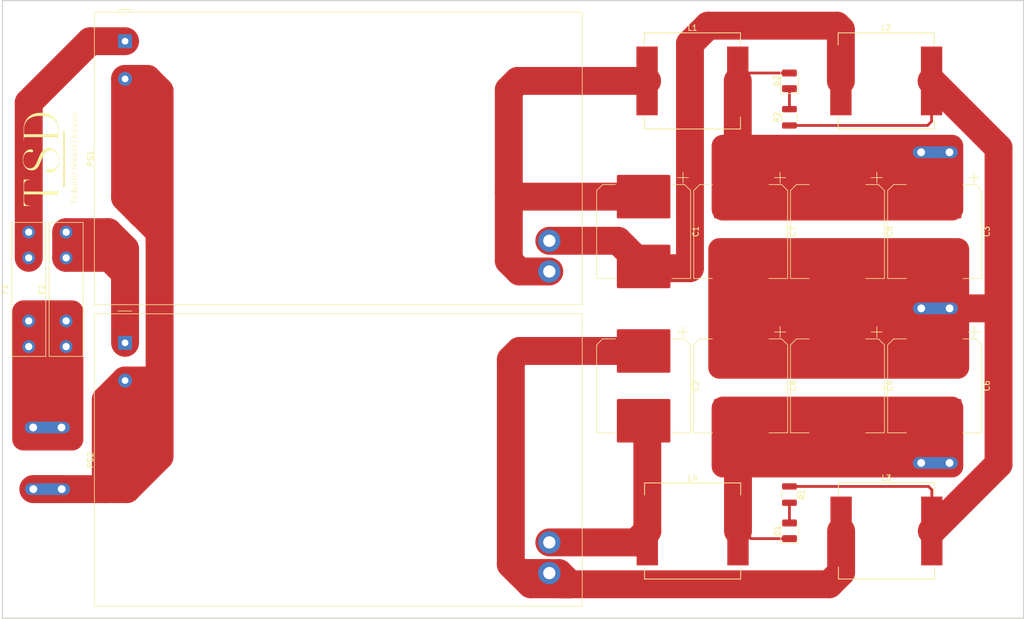
<source format=kicad_pcb>
(kicad_pcb (version 20211014) (generator pcbnew)
  (layers (0 "F.Cu" signal) (31 "B.Cu" signal) (34 "B.Paste" user) (35 "F.Paste" user) (36 "B.SilkS" user "B.Silkscreen") (37 "F.SilkS" user "F.Silkscreen") (38 "B.Mask" user) (39 "F.Mask" user) (44 "Edge.Cuts" user))
  (net 0 "")
  (net 1 "Net-(C1-Pad1)")
  (net 2 "Net-(C1-Pad2)")
  (net 3 "Net-(C2-Pad1)")
  (net 4 "Net-(C2-Pad2)")
  (net 5 "+24V")
  (net 6 "GND")
  (net 7 "-24V")
  (net 8 "Net-(D1-Pad2)")
  (net 9 "Net-(D2-Pad1)")
  (net 10 "Net-(F1-Pad1)")
  (net 11 "Net-(F1-Pad2)")
  (net 12 "Net-(F2-Pad2)")
  (net 13 "Net-(J2-Pad1)")
  (footprint "Capacitor_SMD:CP_Elec_16x17.5" (layer "F.Cu") (at 208.13 69.7575 -90)
    (fp_text reference "C3" (at 0 -9.35 90) (layer "F.SilkS"))
    (fp_text value "330uF")
    (pad "1" smd roundrect locked (at -6.25 0 270) (size 7.8 9.6) (layers "F.Cu" "F.Paste" "F.Mask") (roundrect_rratio 0.032051) (net 5 "+24V"))
    (pad "2" smd roundrect locked (at 6.25 0 270) (size 7.8 9.6) (layers "F.Cu" "F.Paste" "F.Mask") (roundrect_rratio 0.032051) (net 6 "GND"))
  )
  (footprint "Capacitor_SMD:CP_Elec_16x17.5" (layer "F.Cu") (at 190.716666 97.4025 -90)
    (fp_text reference "C4" (at 0 -9.35 90) (layer "F.SilkS"))
    (fp_text value "330uF")
    (pad "1" smd roundrect locked (at -6.25 0 270) (size 7.8 9.6) (layers "F.Cu" "F.Paste" "F.Mask") (roundrect_rratio 0.032051) (net 6 "GND"))
    (pad "2" smd roundrect locked (at 6.25 0 270) (size 7.8 9.6) (layers "F.Cu" "F.Paste" "F.Mask") (roundrect_rratio 0.032051) (net 7 "-24V"))
  )
  (footprint "Inductor_SMD:L_Vishay_IHLP-6767" (layer "F.Cu") (at 164.78 123.4)
    (fp_text reference "L4" (at 0 -9.509) (layer "F.SilkS"))
    (fp_text value "100uh - 5A")
    (pad "1" smd rect locked (at -8.1225 0) (size 3.825 12.32) (layers "F.Cu" "F.Paste" "F.Mask") (net 4 "Net-(C2-Pad2)"))
    (pad "2" smd rect locked (at 8.1225 0) (size 3.825 12.32) (layers "F.Cu" "F.Paste" "F.Mask") (net 7 "-24V"))
  )
  (footprint "LED_SMD:LED_1210_3225Metric" (layer "F.Cu") (at 182.14 123.36755 90)
    (fp_text reference "D1" (at 0 -2.28 90) (layer "F.SilkS"))
    (fp_text value "LED")
    (pad "1" smd roundrect locked (at -1.4 0 90) (size 1.25 2.65) (layers "F.Cu" "F.Paste" "F.Mask") (roundrect_rratio 0.2) (net 7 "-24V"))
    (pad "2" smd roundrect locked (at 1.4 0 90) (size 1.25 2.65) (layers "F.Cu" "F.Paste" "F.Mask") (roundrect_rratio 0.2) (net 8 "Net-(D1-Pad2)"))
  )
  (footprint "Capacitor_SMD:CP_Elec_16x17.5" (layer "F.Cu") (at 156 69.7575 -90)
    (fp_text reference "C1" (at 0 -9.35 90) (layer "F.SilkS"))
    (fp_text value "330uF")
    (pad "1" smd roundrect locked (at -6.25 0 270) (size 7.8 9.6) (layers "F.Cu" "F.Paste" "F.Mask") (roundrect_rratio 0.032051) (net 1 "Net-(C1-Pad1)"))
    (pad "2" smd roundrect locked (at 6.25 0 270) (size 7.8 9.6) (layers "F.Cu" "F.Paste" "F.Mask") (roundrect_rratio 0.032051) (net 2 "Net-(C1-Pad2)"))
  )
  (footprint "Custom Library:Logo_25mm" (layer "F.Cu") (at 50.36 56.67 90)
    (fp_text reference "G***" hide)
    (fp_text value "LOGO" hide)
  )
  (footprint "Fuse:Fuseholder_Littelfuse_100_series_5x20mm" (layer "F.Cu") (at 45.8475 90.37 90)
    (fp_text reference "F1" (at 10.25 -4.3 90 unlocked) (layer "F.SilkS"))
    (fp_text value "0155001.DR")
    (pad "1" thru_hole circle (at 4.6 0 90) (size 2.3 2.3) (drill 1.3) (layers *.Cu *.Mask) (net 10 "Net-(F1-Pad1)"))
    (pad "1" thru_hole circle (at 0 0 90) (size 2.3 2.3) (drill 1.3) (layers *.Cu *.Mask) (net 10 "Net-(F1-Pad1)"))
    (pad "2" thru_hole circle (at 15.9 0 90) (size 2.3 2.3) (drill 1.3) (layers *.Cu *.Mask) (net 11 "Net-(F1-Pad2)"))
    (pad "2" thru_hole circle (at 20.5 0 90) (size 2.3 2.3) (drill 1.3) (layers *.Cu *.Mask) (net 11 "Net-(F1-Pad2)"))
  )
  (footprint "Custom Library:Spade Conector 6.3mm TE_1217861" (layer "F.Cu") (at 49.21625 115.9)
    (fp_text reference "J2" hide)
    (fp_text value "AC2" hide)
    (pad "1" thru_hole oval (at 2.54 0) (size 5 2.1) (drill 1.4 (offset -1 0)) (layers *.Cu *.Mask) (net 13 "Net-(J2-Pad1)"))
    (pad "1" thru_hole oval (at -2.54 0) (size 5 2.1) (drill 1.4 (offset 1 0)) (layers *.Cu *.Mask) (net 13 "Net-(J2-Pad1)"))
  )
  (footprint "Converter_ACDC:Converter_ACDC_MeanWell_IRM-60-xx_THT" (layer "F.Cu") (at 63.105 35.665)
    (fp_text reference "PS1" (at -6.2 21 90) (layer "F.SilkS"))
    (fp_text value "IRM-60-24")
    (pad "1" thru_hole rect locked (at 0 0) (size 2.5 2.5) (drill 1.2) (layers *.Cu *.Mask) (net 11 "Net-(F1-Pad2)"))
    (pad "2" thru_hole circle locked (at 0 6.75) (size 2.5 2.5) (drill 1.2) (layers *.Cu *.Mask) (net 13 "Net-(J2-Pad1)"))
    (pad "3" thru_hole circle locked (at 76 41.25) (size 4 4) (drill 2.2) (layers *.Cu *.Mask) (net 1 "Net-(C1-Pad1)"))
    (pad "4" thru_hole circle locked (at 76 35.75) (size 4 4) (drill 2.2) (layers *.Cu *.Mask) (net 2 "Net-(C1-Pad2)"))
  )
  (footprint "Capacitor_SMD:CP_Elec_16x17.5" (layer "F.Cu") (at 208.13 97.4025 -90)
    (fp_text reference "C6" (at 0 -9.35 90) (layer "F.SilkS"))
    (fp_text value "330uF")
    (pad "1" smd roundrect locked (at -6.25 0 270) (size 7.8 9.6) (layers "F.Cu" "F.Paste" "F.Mask") (roundrect_rratio 0.032051) (net 6 "GND"))
    (pad "2" smd roundrect locked (at 6.25 0 270) (size 7.8 9.6) (layers "F.Cu" "F.Paste" "F.Mask") (roundrect_rratio 0.032051) (net 7 "-24V"))
  )
  (footprint "Resistor_SMD:R_1210_3225Metric" (layer "F.Cu") (at 182.12 49.294784 90)
    (fp_text reference "R2" (at 0 -2.28 90) (layer "F.SilkS"))
    (fp_text value "2K")
    (pad "1" smd roundrect locked (at -1.4625 0 90) (size 1.125 2.65) (layers "F.Cu" "F.Paste" "F.Mask") (roundrect_rratio 0.222222) (net 6 "GND"))
    (pad "2" smd roundrect locked (at 1.4625 0 90) (size 1.125 2.65) (layers "F.Cu" "F.Paste" "F.Mask") (roundrect_rratio 0.222222) (net 9 "Net-(D2-Pad1)"))
  )
  (footprint "Custom Library:Spade Conector 6.3mm TE_1217861" (layer "F.Cu") (at 208.25 55.56)
    (fp_text reference "J3" hide)
    (fp_text value "V+" hide)
    (pad "1" thru_hole oval (at -2.54 0) (size 5 2.1) (drill 1.4 (offset 1 0)) (layers *.Cu *.Mask) (net 5 "+24V"))
    (pad "1" thru_hole oval (at 2.54 0) (size 5 2.1) (drill 1.4 (offset -1 0)) (layers *.Cu *.Mask) (net 5 "+24V"))
  )
  (footprint "Resistor_SMD:R_1210_3225Metric" (layer "F.Cu") (at 182.12 116.88 -90)
    (fp_text reference "R1" (at 0 -2.28 90) (layer "F.SilkS"))
    (fp_text value "2K")
    (pad "1" smd roundrect locked (at -1.4625 0 270) (size 1.125 2.65) (layers "F.Cu" "F.Paste" "F.Mask") (roundrect_rratio 0.222222) (net 6 "GND"))
    (pad "2" smd roundrect locked (at 1.4625 0 270) (size 1.125 2.65) (layers "F.Cu" "F.Paste" "F.Mask") (roundrect_rratio 0.222222) (net 8 "Net-(D1-Pad2)"))
  )
  (footprint "Capacitor_SMD:CP_Elec_16x17.5" (layer "F.Cu") (at 173.39 97.4025 -90)
    (fp_text reference "C8" (at 0 -9.35 90) (layer "F.SilkS"))
    (fp_text value "330uF")
    (pad "1" smd roundrect locked (at -6.25 0 270) (size 7.8 9.6) (layers "F.Cu" "F.Paste" "F.Mask") (roundrect_rratio 0.032051) (net 6 "GND"))
    (pad "2" smd roundrect locked (at 6.25 0 270) (size 7.8 9.6) (layers "F.Cu" "F.Paste" "F.Mask") (roundrect_rratio 0.032051) (net 7 "-24V"))
  )
  (footprint "Custom Library:Spade Conector 6.3mm TE_1217861" (layer "F.Cu") (at 208.26 111.209087)
    (fp_text reference "J5" hide)
    (fp_text value "V-" hide)
    (pad "1" thru_hole oval (at 2.54 0) (size 5 2.1) (drill 1.4 (offset -1 0)) (layers *.Cu *.Mask) (net 7 "-24V"))
    (pad "1" thru_hole oval (at -2.54 0) (size 5 2.1) (drill 1.4 (offset 1 0)) (layers *.Cu *.Mask) (net 7 "-24V"))
  )
  (footprint "LED_SMD:LED_1210_3225Metric" (layer "F.Cu") (at 182.12 42.76 90)
    (fp_text reference "D2" (at 0 -2.28 90) (layer "F.SilkS"))
    (fp_text value "LED")
    (pad "1" smd roundrect locked (at -1.4 0 90) (size 1.25 2.65) (layers "F.Cu" "F.Paste" "F.Mask") (roundrect_rratio 0.2) (net 9 "Net-(D2-Pad1)"))
    (pad "2" smd roundrect locked (at 1.4 0 90) (size 1.25 2.65) (layers "F.Cu" "F.Paste" "F.Mask") (roundrect_rratio 0.2) (net 5 "+24V"))
  )
  (footprint "Inductor_SMD:L_Vishay_IHLP-6767" (layer "F.Cu") (at 164.74 42.774784)
    (fp_text reference "L1" (at 0 -9.509) (layer "F.SilkS"))
    (fp_text value "100uh - 5A")
    (pad "1" smd rect locked (at -8.1225 0) (size 3.825 12.32) (layers "F.Cu" "F.Paste" "F.Mask") (net 1 "Net-(C1-Pad1)"))
    (pad "2" smd rect locked (at 8.1225 0) (size 3.825 12.32) (layers "F.Cu" "F.Paste" "F.Mask") (net 5 "+24V"))
  )
  (footprint "Fuse:Fuseholder_Littelfuse_100_series_5x20mm" (layer "F.Cu") (at 52.55 90.37 90)
    (fp_text reference "F2" (at 10.25 -4.3 90 unlocked) (layer "F.SilkS"))
    (fp_text value "0155001.DR")
    (pad "1" thru_hole circle (at 4.6 0 90) (size 2.3 2.3) (drill 1.3) (layers *.Cu *.Mask) (net 10 "Net-(F1-Pad1)"))
    (pad "1" thru_hole circle (at 0 0 90) (size 2.3 2.3) (drill 1.3) (layers *.Cu *.Mask) (net 10 "Net-(F1-Pad1)"))
    (pad "2" thru_hole circle (at 20.5 0 90) (size 2.3 2.3) (drill 1.3) (layers *.Cu *.Mask) (net 12 "Net-(F2-Pad2)"))
    (pad "2" thru_hole circle (at 15.9 0 90) (size 2.3 2.3) (drill 1.3) (layers *.Cu *.Mask) (net 12 "Net-(F2-Pad2)"))
  )
  (footprint "Custom Library:Spade Conector 6.3mm TE_1217861" (layer "F.Cu") (at 49.18125 104.86 180)
    (fp_text reference "J1" hide)
    (fp_text value "AC1" hide)
    (pad "1" thru_hole oval (at 2.54 0 180) (size 5 2.1) (drill 1.4 (offset -1 0)) (layers *.Cu *.Mask) (net 10 "Net-(F1-Pad1)"))
    (pad "1" thru_hole oval (at -2.54 0 180) (size 5 2.1) (drill 1.4 (offset 1 0)) (layers *.Cu *.Mask) (net 10 "Net-(F1-Pad1)"))
  )
  (footprint "Inductor_SMD:L_Vishay_IHLP-6767" (layer "F.Cu") (at 199.46 42.774784)
    (fp_text reference "L2" (at 0 -9.509) (layer "F.SilkS"))
    (fp_text value "100uh - 5A")
    (pad "1" smd rect locked (at -8.1225 0) (size 3.825 12.32) (layers "F.Cu" "F.Paste" "F.Mask") (net 2 "Net-(C1-Pad2)"))
    (pad "2" smd rect locked (at 8.1225 0) (size 3.825 12.32) (layers "F.Cu" "F.Paste" "F.Mask") (net 6 "GND"))
  )
  (footprint "Capacitor_SMD:CP_Elec_16x17.5" (layer "F.Cu") (at 173.39 69.7575 -90)
    (fp_text reference "C7" (at 0 -9.35 90) (layer "F.SilkS"))
    (fp_text value "330uF")
    (pad "1" smd roundrect locked (at -6.25 0 270) (size 7.8 9.6) (layers "F.Cu" "F.Paste" "F.Mask") (roundrect_rratio 0.032051) (net 5 "+24V"))
    (pad "2" smd roundrect locked (at 6.25 0 270) (size 7.8 9.6) (layers "F.Cu" "F.Paste" "F.Mask") (roundrect_rratio 0.032051) (net 6 "GND"))
  )
  (footprint "Capacitor_SMD:CP_Elec_16x17.5" (layer "F.Cu") (at 156 97.4025 -90)
    (fp_text reference "C2" (at 0 -9.35 90) (layer "F.SilkS"))
    (fp_text value "330uF")
    (pad "1" smd roundrect locked (at -6.25 0 270) (size 7.8 9.6) (layers "F.Cu" "F.Paste" "F.Mask") (roundrect_rratio 0.032051) (net 3 "Net-(C2-Pad1)"))
    (pad "2" smd roundrect locked (at 6.25 0 270) (size 7.8 9.6) (layers "F.Cu" "F.Paste" "F.Mask") (roundrect_rratio 0.032051) (net 4 "Net-(C2-Pad2)"))
  )
  (footprint "Capacitor_SMD:CP_Elec_16x17.5" (layer "F.Cu") (at 190.716666 69.7575 -90)
    (fp_text reference "C5" (at 0 -9.35 90) (layer "F.SilkS"))
    (fp_text value "330uF")
    (pad "1" smd roundrect locked (at -6.25 0 270) (size 7.8 9.6) (layers "F.Cu" "F.Paste" "F.Mask") (roundrect_rratio 0.032051) (net 5 "+24V"))
    (pad "2" smd roundrect locked (at 6.25 0 270) (size 7.8 9.6) (layers "F.Cu" "F.Paste" "F.Mask") (roundrect_rratio 0.032051) (net 6 "GND"))
  )
  (footprint "Converter_ACDC:Converter_ACDC_MeanWell_IRM-60-xx_THT" (layer "F.Cu") (at 63.105 89.695)
    (fp_text reference "PS2" (at -6.2 21 90) (layer "F.SilkS"))
    (fp_text value "IRM-60-24")
    (pad "1" thru_hole rect locked (at 0 0) (size 2.5 2.5) (drill 1.2) (layers *.Cu *.Mask) (net 12 "Net-(F2-Pad2)"))
    (pad "2" thru_hole circle locked (at 0 6.75) (size 2.5 2.5) (drill 1.2) (layers *.Cu *.Mask) (net 13 "Net-(J2-Pad1)"))
    (pad "3" thru_hole circle locked (at 76 41.25) (size 4 4) (drill 2.2) (layers *.Cu *.Mask) (net 3 "Net-(C2-Pad1)"))
    (pad "4" thru_hole circle locked (at 76 35.75) (size 4 4) (drill 2.2) (layers *.Cu *.Mask) (net 4 "Net-(C2-Pad2)"))
  )
  (footprint "Custom Library:Spade Conector 6.3mm TE_1217861" (layer "F.Cu") (at 208.2775 83.52)
    (fp_text reference "J4" hide)
    (fp_text value "GND" hide)
    (pad "1" thru_hole oval (at -2.54 0) (size 5 2.1) (drill 1.4 (offset 1 0)) (layers *.Cu *.Mask) (net 6 "GND"))
    (pad "1" thru_hole oval (at 2.54 0) (size 5 2.1) (drill 1.4 (offset -1 0)) (layers *.Cu *.Mask) (net 6 "GND"))
  )
  (footprint "Inductor_SMD:L_Vishay_IHLP-6767" (layer "F.Cu") (at 199.5 123.4)
    (fp_text reference "L3" (at 0 -9.509) (layer "F.SilkS"))
    (fp_text value "100uh - 5A")
    (pad "1" smd rect locked (at -8.1225 0) (size 3.825 12.32) (layers "F.Cu" "F.Paste" "F.Mask") (net 3 "Net-(C2-Pad1)"))
    (pad "2" smd rect locked (at 8.1225 0) (size 3.825 12.32) (layers "F.Cu" "F.Paste" "F.Mask") (net 6 "GND"))
  )
  (gr_rect (start 41.14 28.38) (end 224.06 139.03) (layer "Edge.Cuts") (width 0.2) (fill none))
  (segment (start 131.85 62.74) (end 131.85 44.37) (width 5) (layer "F.Cu") (net 1))
  (segment (start 131.85 44.37) (end 133.445216 42.774784) (width 5) (layer "F.Cu") (net 1))
  (segment (start 156 63.5075) (end 132.6175 63.5075) (width 5) (layer "F.Cu") (net 1))
  (segment (start 133.445216 42.774784) (end 156.6175 42.774784) (width 5) (layer "F.Cu") (net 1))
  (segment (start 132.6175 63.5075) (end 131.85 62.74) (width 5) (layer "F.Cu") (net 1))
  (segment (start 133.765 76.915) (end 131.85 75) (width 5) (layer "F.Cu") (net 1))
  (segment (start 139.105 76.915) (end 133.765 76.915) (width 5) (layer "F.Cu") (net 1))
  (segment (start 131.85 75) (end 131.85 62.74) (width 5) (layer "F.Cu") (net 1))
  (segment (start 164.3 76.32) (end 156.3125 76.32) (width 5) (layer "F.Cu") (net 2))
  (segment (start 167.53 32.88) (end 164.3 36.11) (width 5) (layer "F.Cu") (net 2))
  (segment (start 164.3 36.11) (end 164.3 76.32) (width 5) (layer "F.Cu") (net 2))
  (segment (start 139.105 71.415) (end 151.4075 71.415) (width 5) (layer "F.Cu") (net 2))
  (segment (start 151.4075 71.415) (end 156 76.0075) (width 5) (layer "F.Cu") (net 2))
  (segment (start 156.3125 76.32) (end 156 76.0075) (width 5) (layer "F.Cu") (net 2))
  (segment (start 190.62 32.88) (end 167.53 32.88) (width 5) (layer "F.Cu") (net 2))
  (segment (start 191.3375 42.774784) (end 191.3375 33.5975) (width 5) (layer "F.Cu") (net 2))
  (segment (start 191.3375 33.5975) (end 190.62 32.88) (width 5) (layer "F.Cu") (net 2))
  (segment (start 139.105 130.945) (end 133.785 130.945) (width 5) (layer "F.Cu") (net 3))
  (segment (start 133.785 130.945) (end 132.21 129.37) (width 5) (layer "F.Cu") (net 3))
  (segment (start 191.3775 130.8125) (end 191.3775 123.4) (width 5) (layer "F.Cu") (net 3))
  (segment (start 142.815 132.945) (end 189.245 132.945) (width 5) (layer "F.Cu") (net 3))
  (segment (start 139.105 130.945) (end 141.105 132.945) (width 5) (layer "F.Cu") (net 3))
  (segment (start 132.21 129.37) (end 132.21 92.71) (width 5) (layer "F.Cu") (net 3))
  (segment (start 135.785 132.945) (end 132.21 129.37) (width 5) (layer "F.Cu") (net 3))
  (segment (start 132.21 92.71) (end 133.7675 91.1525) (width 5) (layer "F.Cu") (net 3))
  (segment (start 133.7675 91.1525) (end 156 91.1525) (width 5) (layer "F.Cu") (net 3))
  (segment (start 141.105 132.945) (end 142.815 132.945) (width 5) (layer "F.Cu") (net 3))
  (segment (start 142.815 132.945) (end 135.785 132.945) (width 5) (layer "F.Cu") (net 3))
  (segment (start 133.785 130.945) (end 140.815 130.945) (width 5) (layer "F.Cu") (net 3))
  (segment (start 140.815 130.945) (end 142.815 132.945) (width 5) (layer "F.Cu") (net 3))
  (segment (start 189.245 132.945) (end 191.3775 130.8125) (width 5) (layer "F.Cu") (net 3))
  (segment (start 139.105 125.445) (end 154.6125 125.445) (width 5) (layer "F.Cu") (net 4))
  (segment (start 156.6575 123.4) (end 156.6575 104.31) (width 5) (layer "F.Cu") (net 4))
  (segment (start 156.6575 104.31) (end 156 103.6525) (width 5) (layer "F.Cu") (net 4))
  (segment (start 154.6125 125.445) (end 156.6575 123.4) (width 5) (layer "F.Cu") (net 4))
  (segment (start 174.277284 41.36) (end 172.8625 42.774784) (width 0.5) (layer "F.Cu") (net 5))
  (segment (start 182.12 41.36) (end 174.277284 41.36) (width 0.5) (layer "F.Cu") (net 5))
  (segment (start 172.8625 62.98) (end 173.39 63.5075) (width 5) (layer "F.Cu") (net 5))
  (segment (start 172.8625 42.774784) (end 172.8625 62.98) (width 5) (layer "F.Cu") (net 5))
  (segment (start 205.7375 83.52) (end 219.58 83.52) (width 5) (layer "F.Cu") (net 6))
  (segment (start 207.5825 50.0275) (end 207.5825 42.774784) (width 0.5) (layer "F.Cu") (net 6))
  (segment (start 219.58 111.4425) (end 207.6225 123.4) (width 5) (layer "F.Cu") (net 6))
  (segment (start 219.58 83.52) (end 219.58 54.772284) (width 5) (layer "F.Cu") (net 6))
  (segment (start 207.6225 116.0125) (end 207.6225 123.4) (width 0.5) (layer "F.Cu") (net 6))
  (segment (start 219.58 83.52) (end 219.58 111.4425) (width 5) (layer "F.Cu") (net 6))
  (segment (start 206.852716 50.757284) (end 207.5825 50.0275) (width 0.5) (layer "F.Cu") (net 6))
  (segment (start 207.0275 115.4175) (end 207.6225 116.0125) (width 0.5) (layer "F.Cu") (net 6))
  (segment (start 219.58 54.772284) (end 207.5825 42.774784) (width 5) (layer "F.Cu") (net 6))
  (segment (start 182.12 115.4175) (end 207.0275 115.4175) (width 0.5) (layer "F.Cu") (net 6))
  (segment (start 182.12 50.757284) (end 206.852716 50.757284) (width 0.5) (layer "F.Cu") (net 6))
  (segment (start 172.9025 104.14) (end 173.39 103.6525) (width 5) (layer "F.Cu") (net 7))
  (segment (start 172.9025 123.4) (end 172.9025 104.14) (width 5) (layer "F.Cu") (net 7))
  (segment (start 182.14 124.76755) (end 175.24755 124.76755) (width 0.5) (layer "F.Cu") (net 7))
  (segment (start 173.88 123.4) (end 172.9025 123.4) (width 0.5) (layer "F.Cu") (net 7))
  (segment (start 175.24755 124.76755) (end 173.88 123.4) (width 0.5) (layer "F.Cu") (net 7))
  (segment (start 182.12 118.3425) (end 182.12 121.94755) (width 0.5) (layer "F.Cu") (net 8))
  (segment (start 182.12 121.94755) (end 182.14 121.96755) (width 0.5) (layer "F.Cu") (net 8))
  (segment (start 182.12 44.16) (end 182.12 47.832284) (width 0.5) (layer "F.Cu") (net 9))
  (segment (start 56.855 35.665) (end 63.105 35.665) (width 5) (layer "F.Cu") (net 11))
  (segment (start 45.8475 46.6725) (end 56.855 35.665) (width 5) (layer "F.Cu") (net 11))
  (segment (start 45.8475 74.47) (end 45.8475 46.6725) (width 5) (layer "F.Cu") (net 11))
  (segment (start 63.105 77.245) (end 60.33 74.47) (width 5) (layer "F.Cu") (net 12))
  (segment (start 63.105 72.875) (end 63.105 82.565) (width 5) (layer "F.Cu") (net 12))
  (segment (start 60.1 69.87) (end 63.105 72.875) (width 5) (layer "F.Cu") (net 12))
  (segment (start 63.105 89.695) (end 63.105 82.565) (width 5) (layer "F.Cu") (net 12))
  (segment (start 63.105 82.565) (end 63.105 77.245) (width 5) (layer "F.Cu") (net 12))
  (segment (start 52.55 69.87) (end 60.1 69.87) (width 5) (layer "F.Cu") (net 12))
  (segment (start 52.55 69.87) (end 52.55 74.47) (width 5) (layer "F.Cu") (net 12))
  (segment (start 60.33 74.47) (end 52.55 74.47) (width 5) (layer "F.Cu") (net 12))
  (segment (start 69.29 71.69) (end 69.29 69.85) (width 5) (layer "F.Cu") (net 13))
  (segment (start 67.085 42.415) (end 67.085 60.795) (width 5) (layer "F.Cu") (net 13))
  (segment (start 67.085 42.415) (end 63.105 42.415) (width 5) (layer "F.Cu") (net 13))
  (segment (start 63.105 63.665) (end 63.66 64.22) (width 5) (layer "F.Cu") (net 13))
  (segment (start 63.4 115.9) (end 69.29 110.01) (width 5) (layer "F.Cu") (net 13))
  (segment (start 63.105 96.445) (end 63.105 115.605) (width 5) (layer "F.Cu") (net 13))
  (segment (start 69.29 44.62) (end 67.085 42.415) (width 5) (layer "F.Cu") (net 13))
  (segment (start 69.29 69.85) (end 63.66 64.22) (width 5) (layer "F.Cu") (net 13))
  (segment (start 59.58 115.9) (end 63.4 115.9) (width 5) (layer "F.Cu") (net 13))
  (segment (start 68.725 96.445) (end 69.29 95.88) (width 5) (layer "F.Cu") (net 13))
  (segment (start 59.65 99.9) (end 59.65 115.83) (width 5) (layer "F.Cu") (net 13))
  (segment (start 46.67625 115.9) (end 59.58 115.9) (width 5) (layer "F.Cu") (net 13))
  (segment (start 65.9 66.46) (end 65.9 66.52) (width 5) (layer "F.Cu") (net 13))
  (segment (start 66.415 96.445) (end 68.725 96.445) (width 5) (layer "F.Cu") (net 13))
  (segment (start 46.67625 115.9) (end 51.75625 115.9) (width 5) (layer "F.Cu") (net 13))
  (segment (start 67.085 60.795) (end 63.66 64.22) (width 5) (layer "F.Cu") (net 13))
  (segment (start 63.105 115.605) (end 63.4 115.9) (width 5) (layer "F.Cu") (net 13))
  (segment (start 69.29 95.88) (end 69.29 71.69) (width 5) (layer "F.Cu") (net 13))
  (segment (start 66.415 108.715) (end 66.24 108.89) (width 5) (layer "F.Cu") (net 13))
  (segment (start 59.65 115.83) (end 59.58 115.9) (width 5) (layer "F.Cu") (net 13))
  (segment (start 63.105 96.445) (end 66.415 96.445) (width 5) (layer "F.Cu") (net 13))
  (segment (start 63.105 42.415) (end 63.105 63.665) (width 5) (layer "F.Cu") (net 13))
  (segment (start 63.66 64.22) (end 65.9 66.46) (width 5) (layer "F.Cu") (net 13))
  (segment (start 69.29 71.69) (end 69.29 44.62) (width 5) (layer "F.Cu") (net 13))
  (segment (start 69.29 110.01) (end 69.29 95.88) (width 5) (layer "F.Cu") (net 13))
  (segment (start 63.105 96.445) (end 59.65 99.9) (width 5) (layer "F.Cu") (net 13))
  (segment (start 66.415 96.445) (end 66.415 108.715) (width 5) (layer "F.Cu") (net 13))
  (zone (net 6) (net_name "GND") (layer "F.Cu") (connect_pads yes (clearance 0.508)) (min_thickness 0.254) (fill yes (thermal_gap 0.508) (thermal_bridge_width 0.508) (smoothing fillet) (radius 2))
    (polygon (pts (xy 214.31 78.995) (xy 214.31 87.885) (xy 214.31 96.12) (xy 167.58 96.12) (xy 167.58 70.94) (xy 214.31 70.94)))
  )
  (zone (net 7) (net_name "-24V") (layer "F.Cu") (connect_pads yes (clearance 0.508)) (min_thickness 0.254) (fill yes (thermal_gap 0.508) (thermal_bridge_width 0.508) (smoothing fillet) (radius 2))
    (polygon (pts (xy 213.26 113.81) (xy 168.18 113.81) (xy 168.18 99.33) (xy 213.26 99.33)))
  )
  (zone (net 10) (net_name "Net-(F1-Pad1)") (layer "F.Cu") (connect_pads yes (clearance 0.508)) (min_thickness 0.254) (fill yes (thermal_gap 0.508) (thermal_bridge_width 0.508) (smoothing fillet) (radius 2))
    (polygon (pts (xy 55.63 108.98) (xy 42.89 108.98) (xy 42.89 82.09) (xy 55.63 82.09)))
  )
  (zone (net 5) (net_name "+24V") (layer "F.Cu") (connect_pads yes (clearance 0.508)) (min_thickness 0.254) (fill yes (thermal_gap 0.508) (thermal_bridge_width 0.508) (smoothing fillet) (radius 2))
    (polygon (pts (xy 213.25919 67.780994) (xy 168.17919 67.780994) (xy 168.17919 52.430994) (xy 213.25919 52.430994)))
  )
)
</source>
